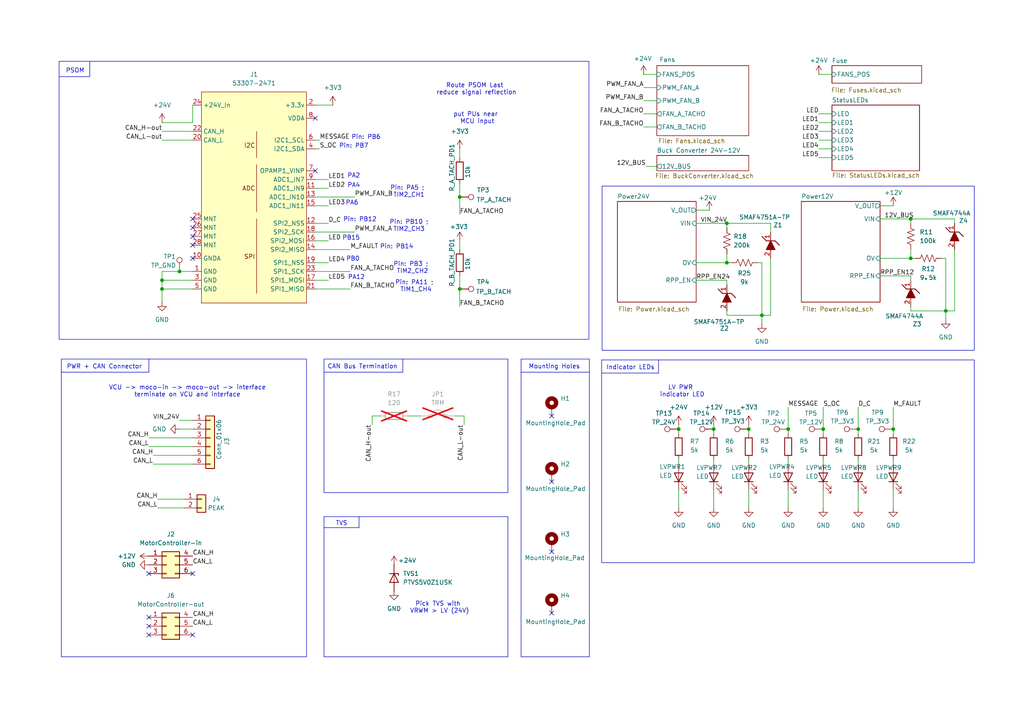
<source format=kicad_sch>
(kicad_sch (version 20250114) (generator "eeschema") (generator_version "9.0")
  (paper "A4")
  (lib_symbols
    (symbol "Connector:TestPoint" (pin_numbers (hide yes)) (pin_names (offset 0.762) (hide yes))
      (property "Reference" "TP" (at 0 6.858 0))
      (property "Value" "TestPoint" (at 0 5.08 0))
      (symbol "TestPoint_0_1"
        (circle (center 0 3.302) (radius 0.762))
      )
      (symbol "TestPoint_1_1"
        (pin passive line (at 0 0 90) (length 2.54) (name "1") (number "1"))
      )
    )
    (symbol "Connector_Generic:Conn_01x02" (pin_names (offset 1.016) (hide yes))
      (property "Reference" "J" (at 0 2.54 0))
      (property "Value" "Conn_01x02" (at 0 -5.08 0))
      (symbol "Conn_01x02_1_1"
        (rectangle (start -1.27 1.27) (end 1.27 -3.81) (stroke (width 0.254)) (fill (type background)))
        (rectangle (start -1.27 0.127) (end 0 -0.127) (stroke (width 0.1524)))
        (rectangle (start -1.27 -2.413) (end 0 -2.667) (stroke (width 0.1524)))
        (pin passive line (at -5.08 0 0) (length 3.81) (name "Pin_1") (number "1"))
        (pin passive line (at -5.08 -2.54 0) (length 3.81) (name "Pin_2") (number "2"))
      )
    )
    (symbol "Connector_Generic:Conn_01x06" (pin_names (offset 1.016) (hide yes))
      (property "Reference" "J" (at 0 7.62 0))
      (property "Value" "Conn_01x06" (at 0 -10.16 0))
      (symbol "Conn_01x06_1_1"
        (rectangle (start -1.27 6.35) (end 1.27 -8.89) (stroke (width 0.254)) (fill (type background)))
        (rectangle (start -1.27 5.207) (end 0 4.953) (stroke (width 0.1524)))
        (rectangle (start -1.27 2.667) (end 0 2.413) (stroke (width 0.1524)))
        (rectangle (start -1.27 0.127) (end 0 -0.127) (stroke (width 0.1524)))
        (rectangle (start -1.27 -2.413) (end 0 -2.667) (stroke (width 0.1524)))
        (rectangle (start -1.27 -4.953) (end 0 -5.207) (stroke (width 0.1524)))
        (rectangle (start -1.27 -7.493) (end 0 -7.747) (stroke (width 0.1524)))
        (pin passive line (at -5.08 5.08 0) (length 3.81) (name "Pin_1") (number "1"))
        (pin passive line (at -5.08 2.54 0) (length 3.81) (name "Pin_2") (number "2"))
        (pin passive line (at -5.08 0 0) (length 3.81) (name "Pin_3") (number "3"))
        (pin passive line (at -5.08 -2.54 0) (length 3.81) (name "Pin_4") (number "4"))
        (pin passive line (at -5.08 -5.08 0) (length 3.81) (name "Pin_5") (number "5"))
        (pin passive line (at -5.08 -7.62 0) (length 3.81) (name "Pin_6") (number "6"))
      )
    )
    (symbol "Connector_Generic:Conn_02x03_Top_Bottom" (pin_names (offset 1.016) (hide yes))
      (property "Reference" "J" (at 1.27 5.08 0))
      (property "Value" "Conn_02x03_Top_Bottom" (at 1.27 -5.08 0))
      (symbol "Conn_02x03_Top_Bottom_1_1"
        (rectangle (start -1.27 3.81) (end 3.81 -3.81) (stroke (width 0.254)) (fill (type background)))
        (rectangle (start -1.27 2.667) (end 0 2.413) (stroke (width 0.1524)))
        (rectangle (start -1.27 0.127) (end 0 -0.127) (stroke (width 0.1524)))
        (rectangle (start -1.27 -2.413) (end 0 -2.667) (stroke (width 0.1524)))
        (rectangle (start 3.81 2.667) (end 2.54 2.413) (stroke (width 0.1524)))
        (rectangle (start 3.81 0.127) (end 2.54 -0.127) (stroke (width 0.1524)))
        (rectangle (start 3.81 -2.413) (end 2.54 -2.667) (stroke (width 0.1524)))
        (pin passive line (at -5.08 2.54 0) (length 3.81) (name "Pin_1") (number "1"))
        (pin passive line (at -5.08 0 0) (length 3.81) (name "Pin_2") (number "2"))
        (pin passive line (at -5.08 -2.54 0) (length 3.81) (name "Pin_3") (number "3"))
        (pin passive line (at 7.62 2.54 180) (length 3.81) (name "Pin_4") (number "4"))
        (pin passive line (at 7.62 0 180) (length 3.81) (name "Pin_5") (number "5"))
        (pin passive line (at 7.62 -2.54 180) (length 3.81) (name "Pin_6") (number "6"))
      )
    )
    (symbol "Device:LED" (pin_numbers (hide yes)) (pin_names (offset 1.016) (hide yes))
      (property "Reference" "D" (at 0 2.54 0))
      (property "Value" "LED" (at 0 -2.54 0))
      (symbol "LED_0_1"
        (polyline (pts (xy -3.048 -0.762) (xy -4.572 -2.286) (xy -3.81 -2.286) (xy -4.572 -2.286) (xy -4.572 -1.524)))
        (polyline (pts (xy -1.778 -0.762) (xy -3.302 -2.286) (xy -2.54 -2.286) (xy -3.302 -2.286) (xy -3.302 -1.524)))
        (polyline (pts (xy -1.27 0) (xy 1.27 0)))
        (polyline (pts (xy -1.27 -1.27) (xy -1.27 1.27)) (stroke (width 0.254)))
        (polyline (pts (xy 1.27 -1.27) (xy 1.27 1.27) (xy -1.27 0) (xy 1.27 -1.27)) (stroke (width 0.254)))
      )
      (symbol "LED_1_1"
        (pin passive line (at -3.81 0 0) (length 2.54) (name "K") (number "1"))
        (pin passive line (at 3.81 0 180) (length 2.54) (name "A") (number "2"))
      )
    )
    (symbol "Device:R" (pin_numbers (hide yes)) (pin_names (offset 0))
      (property "Reference" "R" (at 2.032 0 90))
      (property "Value" "R" (at 0 0 90))
      (symbol "R_0_1"
        (rectangle (start -1.016 -2.54) (end 1.016 2.54) (stroke (width 0.254)))
      )
      (symbol "R_1_1"
        (pin passive line (at 0 3.81 270) (length 1.27) (name "~") (number "1"))
        (pin passive line (at 0 -3.81 90) (length 1.27) (name "~") (number "2"))
      )
    )
    (symbol "Device:R_US" (pin_numbers (hide yes)) (pin_names (offset 0))
      (property "Reference" "R" (at 2.54 0 90))
      (property "Value" "R_US" (at -2.54 0 90))
      (symbol "R_US_0_1"
        (polyline (pts (xy 0 2.286) (xy 0 2.54)))
        (polyline (pts (xy 0 2.286) (xy 1.016 1.905) (xy 0 1.524) (xy -1.016 1.143) (xy 0 0.762)))
        (polyline (pts (xy 0 0.762) (xy 1.016 0.381) (xy 0 0) (xy -1.016 -0.381) (xy 0 -0.762)))
        (polyline (pts (xy 0 -0.762) (xy 1.016 -1.143) (xy 0 -1.524) (xy -1.016 -1.905) (xy 0 -2.286)))
        (polyline (pts (xy 0 -2.286) (xy 0 -2.54)))
      )
      (symbol "R_US_1_1"
        (pin passive line (at 0 3.81 270) (length 1.27) (name "~") (number "1"))
        (pin passive line (at 0 -3.81 90) (length 1.27) (name "~") (number "2"))
      )
    )
    (symbol "Diode:PTVS5V0Z1USK" (pin_numbers (hide yes)) (pin_names (hide yes))
      (property "Reference" "D" (at 0 2.54 0))
      (property "Value" "PTVS5V0Z1USK" (at 0 -2.54 0))
      (symbol "PTVS5V0Z1USK_0_1"
        (polyline (pts (xy -1.27 -1.27) (xy -1.27 1.27) (xy -0.762 1.27)) (stroke (width 0.254)))
        (polyline (pts (xy 1.27 0) (xy -1.27 0)))
        (polyline (pts (xy 1.27 -1.27) (xy 1.27 1.27) (xy -1.27 0) (xy 1.27 -1.27)) (stroke (width 0.254)))
      )
      (symbol "PTVS5V0Z1USK_1_1"
        (pin passive line (at -3.81 0 0) (length 2.54) (name "K") (number "1"))
        (pin passive line (at 3.81 0 180) (length 2.54) (name "A") (number "2"))
      )
    )
    (symbol "Jumper:Jumper_2_Open" (pin_numbers (hide yes)) (pin_names (offset 0) (hide yes))
      (property "Reference" "JP" (at 0 2.794 0))
      (property "Value" "Jumper_2_Open" (at 0 -2.286 0))
      (symbol "Jumper_2_Open_0_0"
        (circle (center -2.032 0) (radius 0.508))
        (circle (center 2.032 0) (radius 0.508))
      )
      (symbol "Jumper_2_Open_0_1"
        (arc (start -1.524 1.27) (mid 0 1.778) (end 1.524 1.27))
      )
      (symbol "Jumper_2_Open_1_1"
        (pin passive line (at -5.08 0 0) (length 2.54) (name "A") (number "1"))
        (pin passive line (at 5.08 0 180) (length 2.54) (name "B") (number "2"))
      )
    )
    (symbol "Mechanical:MountingHole_Pad" (pin_numbers (hide yes)) (pin_names (offset 1.016) (hide yes)) (in_bom no)
      (property "Reference" "H" (at 0 6.35 0))
      (property "Value" "MountingHole_Pad" (at 0 4.445 0))
      (symbol "MountingHole_Pad_0_1"
        (circle (center 0 1.27) (radius 1.27) (stroke (width 1.27)))
      )
      (symbol "MountingHole_Pad_1_1"
        (pin input line (at 0 -2.54 90) (length 2.54) (name "1") (number "1"))
      )
    )
    (symbol "UTSVT_Power:SMAF4749A-TP" (pin_names (hide yes))
      (property "Reference" "Z" (at 10.16 8.89 0))
      (property "Value" "SMAF4749A-TP" (at 10.16 6.35 0))
      (symbol "SMAF4749A-TP_1_1"
        (polyline (pts (xy 3.81 -2.54) (xy 5.08 -1.27)) (stroke (width 0.254)))
        (polyline (pts (xy 5.08 1.27) (xy 5.08 -1.27)) (stroke (width 0.254)))
        (polyline (pts (xy 5.08 1.27) (xy 6.35 2.54)) (stroke (width 0.254)))
        (polyline (pts (xy 5.08 0) (xy 7.62 1.27) (xy 7.62 -1.27) (xy 5.08 0)) (stroke (width 0.254)) (fill (type outline)))
        (pin passive line (at 2.54 0 0) (length 2.54) (name "K") (number "1"))
        (pin passive line (at 10.16 0 180) (length 2.54) (name "A") (number "2"))
      )
    )
    (symbol "power:+12V" (power) (pin_numbers (hide yes)) (pin_names (offset 0) (hide yes))
      (property "Value" "+12V" (at 0 3.556 0))
      (symbol "+12V_0_1"
        (polyline (pts (xy -0.762 1.27) (xy 0 2.54)))
        (polyline (pts (xy 0 2.54) (xy 0.762 1.27)))
        (polyline (pts (xy 0 0) (xy 0 2.54)))
      )
      (symbol "+12V_1_1"
        (pin power_in line (at 0 0 90) (length 0) (name "~") (number "1"))
      )
    )
    (symbol "power:+24V" (power) (pin_numbers (hide yes)) (pin_names (offset 0) (hide yes))
      (property "Value" "+24V" (at 0 3.556 0))
      (symbol "+24V_0_1"
        (polyline (pts (xy -0.762 1.27) (xy 0 2.54)))
        (polyline (pts (xy 0 2.54) (xy 0.762 1.27)))
        (polyline (pts (xy 0 0) (xy 0 2.54)))
      )
      (symbol "+24V_1_1"
        (pin power_in line (at 0 0 90) (length 0) (name "~") (number "1"))
      )
    )
    (symbol "power:+3V3" (power) (pin_numbers (hide yes)) (pin_names (offset 0) (hide yes))
      (property "Value" "+3V3" (at 0 3.556 0))
      (symbol "+3V3_0_1"
        (polyline (pts (xy -0.762 1.27) (xy 0 2.54)))
        (polyline (pts (xy 0 2.54) (xy 0.762 1.27)))
        (polyline (pts (xy 0 0) (xy 0 2.54)))
      )
      (symbol "+3V3_1_1"
        (pin power_in line (at 0 0 90) (length 0) (name "~") (number "1"))
      )
    )
    (symbol "power:GND" (power) (pin_numbers (hide yes)) (pin_names (offset 0) (hide yes))
      (property "Value" "GND" (at 0 -3.81 0))
      (symbol "GND_0_1"
        (polyline (pts (xy 0 0) (xy 0 -1.27) (xy 1.27 -1.27) (xy 0 -2.54) (xy -1.27 -1.27) (xy 0 -1.27)))
      )
      (symbol "GND_1_1"
        (pin power_in line (at 0 0 270) (length 0) (name "~") (number "1"))
      )
    )
    (symbol "utsvt_connectors:PeripheralSOMConnector"
      (property "Reference" "J" (at -14.732 -2.794 0))
      (property "Value" "53307-2471" (at 8.89 -2.794 0))
      (symbol "PeripheralSOMConnector_0_1"
        (polyline (pts (xy 0.762 -22.86) (xy 0.762 -15.24)))
        (polyline (pts (xy 0.762 -24.892) (xy 0.762 -38.608)))
        (polyline (pts (xy 0.762 -40.64) (xy 0.762 -62.23)))
      )
      (symbol "PeripheralSOMConnector_1_1"
        (rectangle (start -15.24 -3.81) (end 15.24 -65.024) (fill (type background)))
        (text "ADC" (at -1.524 -31.75 0) (effects (font (size 1.27 1.27))))
        (text "I2C" (at -1.27 -19.304 0) (effects (font (size 1.27 1.27))))
        (text "SPI" (at -1.27 -51.562 0) (effects (font (size 1.27 1.27))))
        (pin power_in line (at -17.78 -7.62 0) (length 2.54) (name "+24V_In") (number "24"))
        (pin bidirectional line (at -17.78 -15.24 0) (length 2.54) (name "CAN_H") (number "22"))
        (pin bidirectional line (at -17.78 -17.78 0) (length 2.54) (name "CAN_L") (number "20"))
        (pin power_in line (at -17.78 -40.64 0) (length 2.54) (name "MNT") (number "25"))
        (pin power_in line (at -17.78 -43.18 0) (length 2.54) (name "MNT") (number "26"))
        (pin power_in line (at -17.78 -45.72 0) (length 2.54) (name "MNT") (number "27"))
        (pin power_in line (at -17.78 -48.26 0) (length 2.54) (name "MNT") (number "28"))
        (pin power_out line (at -17.78 -52.07 0) (length 2.54) (name "GNDA") (number "10"))
        (pin power_in line (at -17.78 -55.88 0) (length 2.54) (name "GND") (number "1"))
        (pin power_in line (at -17.78 -58.42 0) (length 2.54) (name "GND") (number "3"))
        (pin power_in line (at -17.78 -60.96 0) (length 2.54) (name "GND") (number "5"))
        (pin power_out line (at 17.78 -7.62 180) (length 2.54) (name "+3.3v") (number "2"))
        (pin power_out line (at 17.78 -11.43 180) (length 2.54) (name "VDDA") (number "8"))
        (pin output line (at 17.78 -17.78 180) (length 2.54) (name "I2C1_SCL") (number "6"))
        (pin bidirectional line (at 17.78 -20.32 180) (length 2.54) (name "I2C1_SDA") (number "4"))
        (pin input line (at 17.78 -26.67 180) (length 2.54) (name "OPAMP1_VINP") (number "7"))
        (pin input line (at 17.78 -29.21 180) (length 2.54) (name "ADC1_IN7") (number "9"))
        (pin input line (at 17.78 -31.75 180) (length 2.54) (name "ADC1_IN9") (number "11"))
        (pin input line (at 17.78 -34.29 180) (length 2.54) (name "ADC1_IN10") (number "13"))
        (pin input line (at 17.78 -36.83 180) (length 2.54) (name "ADC1_IN11") (number "15"))
        (pin output line (at 17.78 -41.91 180) (length 2.54) (name "SPI2_NSS") (number "12"))
        (pin output line (at 17.78 -44.45 180) (length 2.54) (name "SPI2_SCK") (number "18"))
        (pin output line (at 17.78 -46.99 180) (length 2.54) (name "SPI2_MOSI") (number "16"))
        (pin input line (at 17.78 -49.53 180) (length 2.54) (name "SPI2_MISO") (number "14"))
        (pin output line (at 17.78 -53.34 180) (length 2.54) (name "SPI1_NSS") (number "19"))
        (pin output line (at 17.78 -55.88 180) (length 2.54) (name "SPI1_SCK") (number "23"))
        (pin output line (at 17.78 -58.42 180) (length 2.54) (name "SPI1_MOSI") (number "17"))
        (pin input line (at 17.78 -60.96 180) (length 2.54) (name "SPI1_MISO") (number "21"))
      )
    )
  )
  (rectangle (start 93.98 149.86) (end 147.32 190.5))
  (rectangle (start 17.78 104.14) (end 88.9 190.5))
  (rectangle (start 151.13 104.14) (end 170.942 190.5))
  (rectangle (start 93.98 104.14) (end 147.32 142.875))
  (rectangle (start 17.145 17.78) (end 170.815 98.425))
  (rectangle (start 174.498 104.394) (end 282.575 163.195))
  (rectangle (start 174.625 53.975) (end 282.575 101.6))
  (text "put PUs near \nMCU input" (at 138.43 34.29 0) (effects (font (size 1.27 1.27))))
  (text "Pick TVS with \nVRWM > LV (24V)" (at 127.508 176.276 0) (effects (font (size 1.27 1.27))))
  (text "CAN Bus Termination" (at 105.156 106.426 0) (effects (font (size 1.27 1.27))))
  (text "PA4" (at 102.616 53.848 0) (effects (font (size 1.27 1.27))))
  (text "PB15" (at 101.854 69.088 0) (effects (font (size 1.27 1.27))))
  (text "Pin: PB10 ;\nTIM2_CH3" (at 118.618 65.532 0) (effects (font (size 1.27 1.27))))
  (text "Pin: PB6" (at 106.172 39.878 0) (effects (font (size 1.27 1.27))))
  (text "TVS" (at 99.06 151.892 0) (effects (font (size 1.27 1.27))))
  (text "Pin: PA11 ; \nTIM1_CH4\n" (at 120.65 83.058 0) (effects (font (size 1.27 1.27))))
  (text "Pin: PB7" (at 102.616 42.418 0) (effects (font (size 1.27 1.27))))
  (text "PWR + CAN Connector" (at 19.304 107.188 0) (effects (font (size 1.27 1.27)) (justify left bottom)))
  (text "Mounting Holes" (at 160.782 106.426 0) (effects (font (size 1.27 1.27))))
  (text "LV PWR \nindicator LED" (at 197.866 113.538 0) (effects (font (size 1.27 1.27))))
  (text "Pin: PB12" (at 104.394 63.754 0) (effects (font (size 1.27 1.27))))
  (text "Route PSOM Last \nreduce signal reflection" (at 138.176 25.908 0) (effects (font (size 1.27 1.27))))
  (text "Pin: PA5 ; \nTIM2_CH1" (at 118.618 55.626 0) (effects (font (size 1.27 1.27))))
  (text "Pin: PB3 ; \nTIM2_CH2" (at 119.634 77.724 0) (effects (font (size 1.27 1.27))))
  (text "PA2" (at 102.616 51.054 0) (effects (font (size 1.27 1.27))))
  (text "PSOM" (at 19.05 21.336 0) (effects (font (size 1.27 1.27)) (justify left bottom)))
  (text "PA12" (at 103.378 80.518 0) (effects (font (size 1.27 1.27))))
  (text "Pin: PB14" (at 115.062 71.628 0) (effects (font (size 1.27 1.27))))
  (text "VCU -> moco-in -> moco-out -> interface\nterminate on VCU and interface" (at 54.356 113.538 0) (effects (font (size 1.27 1.27))))
  (text "Indicator LEDs" (at 182.88 106.68 0) (effects (font (size 1.27 1.27))))
  (text "PA6" (at 102.108 58.928 0) (effects (font (size 1.27 1.27))))
  (text "PB0" (at 102.362 75.184 0) (effects (font (size 1.27 1.27))))
  (junction (at 133.35 83.82))
  (junction (at 228.6 124.46))
  (junction (at 248.92 124.46))
  (junction (at 220.98 91.44))
  (junction (at 238.76 124.46))
  (junction (at 196.85 124.46))
  (junction (at 264.16 74.93))
  (junction (at 52.07 78.74))
  (junction (at 210.82 64.77))
  (junction (at 210.82 76.2))
  (junction (at 217.17 124.46))
  (junction (at 133.35 57.15))
  (junction (at 259.08 124.46))
  (junction (at 264.16 63.5))
  (junction (at 46.99 81.28))
  (junction (at 274.32 90.17))
  (junction (at 207.01 124.46))
  (junction (at 46.99 83.82))
  (no_connect (at 55.88 166.37))
  (no_connect (at 43.18 181.61))
  (no_connect (at 55.88 68.58))
  (no_connect (at 91.44 49.53))
  (no_connect (at 55.88 66.04))
  (no_connect (at 160.02 120.65))
  (no_connect (at 55.88 74.93))
  (no_connect (at 160.02 139.7))
  (no_connect (at 160.02 177.8))
  (no_connect (at 160.02 160.02))
  (no_connect (at 43.18 166.37))
  (no_connect (at 43.18 184.15))
  (no_connect (at 55.88 63.5))
  (no_connect (at 91.44 34.29))
  (no_connect (at 55.88 184.15))
  (no_connect (at 55.88 71.12))
  (no_connect (at 43.18 179.07))
  (wire (pts (xy 238.76 118.11) (xy 238.76 124.46)))
  (wire (pts (xy 210.82 91.44) (xy 210.82 90.17)))
  (wire (pts (xy 264.16 90.17) (xy 264.16 88.9)))
  (wire (pts (xy 46.99 83.82) (xy 55.88 83.82)))
  (wire (pts (xy 45.72 147.32) (xy 53.34 147.32)))
  (wire (pts (xy 207.01 123.19) (xy 207.01 124.46)))
  (wire (pts (xy 210.82 81.28) (xy 210.82 82.55)))
  (wire (pts (xy 237.49 40.64) (xy 241.3 40.64)))
  (polyline (pts (xy 151.13 107.95) (xy 170.942 107.95)))
  (wire (pts (xy 248.92 118.11) (xy 248.92 124.46)))
  (wire (pts (xy 46.99 40.64) (xy 55.88 40.64)))
  (wire (pts (xy 276.86 63.5) (xy 276.86 64.77)))
  (wire (pts (xy 132.08 120.65) (xy 134.62 120.65)))
  (polyline (pts (xy 17.78 107.95) (xy 43.18 107.95)))
  (wire (pts (xy 276.86 90.17) (xy 274.32 90.17)))
  (wire (pts (xy 110.49 120.65) (xy 107.95 120.65)))
  (wire (pts (xy 55.88 127) (xy 43.18 127)))
  (wire (pts (xy 237.49 35.56) (xy 241.3 35.56)))
  (wire (pts (xy 91.44 78.74) (xy 101.6 78.74)))
  (wire (pts (xy 44.45 132.08) (xy 55.88 132.08)))
  (wire (pts (xy 228.6 118.11) (xy 228.6 124.46)))
  (wire (pts (xy 133.35 57.15) (xy 133.35 62.23)))
  (polyline (pts (xy 17.145 22.225) (xy 26.035 22.225)))
  (wire (pts (xy 248.92 133.35) (xy 248.92 134.62)))
  (wire (pts (xy 207.01 124.46) (xy 207.01 125.73)))
  (wire (pts (xy 133.35 69.85) (xy 133.35 72.39)))
  (wire (pts (xy 196.85 123.19) (xy 196.85 124.46)))
  (wire (pts (xy 201.93 81.28) (xy 210.82 81.28)))
  (wire (pts (xy 134.62 120.65) (xy 134.62 123.19)))
  (wire (pts (xy 259.08 142.24) (xy 259.08 147.32)))
  (wire (pts (xy 238.76 124.46) (xy 238.76 125.73)))
  (wire (pts (xy 46.99 81.28) (xy 46.99 83.82)))
  (wire (pts (xy 248.92 142.24) (xy 248.92 147.32)))
  (wire (pts (xy 237.49 38.1) (xy 241.3 38.1)))
  (wire (pts (xy 264.16 63.5) (xy 276.86 63.5)))
  (wire (pts (xy 201.93 64.77) (xy 210.82 64.77)))
  (wire (pts (xy 223.52 64.77) (xy 223.52 67.31)))
  (wire (pts (xy 217.17 142.24) (xy 217.17 147.32)))
  (wire (pts (xy 118.11 120.65) (xy 121.92 120.65)))
  (wire (pts (xy 186.69 33.02) (xy 190.5 33.02)))
  (wire (pts (xy 274.32 92.71) (xy 274.32 90.17)))
  (wire (pts (xy 223.52 91.44) (xy 220.98 91.44)))
  (wire (pts (xy 259.08 133.35) (xy 259.08 134.62)))
  (wire (pts (xy 55.88 129.54) (xy 43.18 129.54)))
  (wire (pts (xy 91.44 83.82) (xy 101.6 83.82)))
  (wire (pts (xy 207.01 142.24) (xy 207.01 147.32)))
  (wire (pts (xy 91.44 59.69) (xy 95.25 59.69)))
  (wire (pts (xy 55.88 121.92) (xy 52.07 121.92)))
  (wire (pts (xy 255.27 80.01) (xy 264.16 80.01)))
  (wire (pts (xy 255.27 74.93) (xy 264.16 74.93)))
  (wire (pts (xy 238.76 142.24) (xy 238.76 147.32)))
  (wire (pts (xy 219.71 76.2) (xy 220.98 76.2)))
  (wire (pts (xy 45.72 144.78) (xy 53.34 144.78)))
  (wire (pts (xy 46.99 78.74) (xy 46.99 81.28)))
  (wire (pts (xy 223.52 74.93) (xy 223.52 91.44)))
  (wire (pts (xy 55.88 30.48) (xy 55.88 35.56)))
  (wire (pts (xy 196.85 142.24) (xy 196.85 147.32)))
  (wire (pts (xy 237.49 45.72) (xy 241.3 45.72)))
  (wire (pts (xy 186.69 25.4) (xy 190.5 25.4)))
  (wire (pts (xy 46.99 78.74) (xy 52.07 78.74)))
  (polyline (pts (xy 26.035 17.78) (xy 26.035 22.225)))
  (wire (pts (xy 133.35 45.72) (xy 133.35 43.18)))
  (wire (pts (xy 46.99 38.1) (xy 55.88 38.1)))
  (wire (pts (xy 264.16 90.17) (xy 274.32 90.17)))
  (wire (pts (xy 237.49 21.59) (xy 241.3 21.59)))
  (wire (pts (xy 91.44 57.15) (xy 102.87 57.15)))
  (wire (pts (xy 265.43 74.93) (xy 264.16 74.93)))
  (wire (pts (xy 91.44 67.31) (xy 102.87 67.31)))
  (polyline (pts (xy 93.98 107.95) (xy 116.84 107.95)))
  (wire (pts (xy 210.82 91.44) (xy 220.98 91.44)))
  (wire (pts (xy 91.44 43.18) (xy 92.71 43.18)))
  (wire (pts (xy 264.16 80.01) (xy 264.16 81.28)))
  (wire (pts (xy 264.16 63.5) (xy 264.16 64.77)))
  (wire (pts (xy 228.6 133.35) (xy 228.6 134.62)))
  (wire (pts (xy 52.07 78.74) (xy 55.88 78.74)))
  (wire (pts (xy 264.16 72.39) (xy 264.16 74.93)))
  (wire (pts (xy 248.92 124.46) (xy 248.92 125.73)))
  (polyline (pts (xy 43.18 104.14) (xy 43.18 107.95)))
  (polyline (pts (xy 93.98 153.035) (xy 104.14 153.035)))
  (wire (pts (xy 201.93 76.2) (xy 210.82 76.2)))
  (wire (pts (xy 210.82 73.66) (xy 210.82 76.2)))
  (wire (pts (xy 187.325 48.26) (xy 190.5 48.26)))
  (wire (pts (xy 217.17 124.46) (xy 217.17 125.73)))
  (wire (pts (xy 133.35 53.34) (xy 133.35 57.15)))
  (wire (pts (xy 55.88 124.46) (xy 52.07 124.46)))
  (wire (pts (xy 210.82 64.77) (xy 210.82 66.04)))
  (wire (pts (xy 207.01 133.35) (xy 207.01 134.62)))
  (wire (pts (xy 186.69 21.59) (xy 190.5 21.59)))
  (wire (pts (xy 91.44 54.61) (xy 95.25 54.61)))
  (wire (pts (xy 196.85 124.46) (xy 196.85 125.73)))
  (wire (pts (xy 205.74 60.96) (xy 201.93 60.96)))
  (wire (pts (xy 259.08 124.46) (xy 259.08 125.73)))
  (wire (pts (xy 217.17 123.19) (xy 217.17 124.46)))
  (wire (pts (xy 133.35 83.82) (xy 133.35 88.9)))
  (wire (pts (xy 91.44 72.39) (xy 101.6 72.39)))
  (wire (pts (xy 91.44 52.07) (xy 95.25 52.07)))
  (wire (pts (xy 238.76 133.35) (xy 238.76 134.62)))
  (wire (pts (xy 274.32 90.17) (xy 274.32 74.93)))
  (wire (pts (xy 217.17 133.35) (xy 217.17 134.62)))
  (wire (pts (xy 133.35 80.01) (xy 133.35 83.82)))
  (polyline (pts (xy 174.498 108.204) (xy 191.008 108.204)))
  (wire (pts (xy 46.99 87.63) (xy 46.99 83.82)))
  (wire (pts (xy 259.08 118.11) (xy 259.08 124.46)))
  (polyline (pts (xy 104.14 149.86) (xy 104.14 153.035)))
  (wire (pts (xy 237.49 43.18) (xy 241.3 43.18)))
  (wire (pts (xy 228.6 142.24) (xy 228.6 147.32)))
  (wire (pts (xy 91.44 30.48) (xy 96.52 30.48)))
  (wire (pts (xy 107.95 120.65) (xy 107.95 123.19)))
  (wire (pts (xy 212.09 76.2) (xy 210.82 76.2)))
  (polyline (pts (xy 116.84 104.14) (xy 116.84 107.95)))
  (wire (pts (xy 186.69 29.21) (xy 190.5 29.21)))
  (wire (pts (xy 255.27 63.5) (xy 264.16 63.5)))
  (wire (pts (xy 91.44 64.77) (xy 95.25 64.77)))
  (wire (pts (xy 276.86 72.39) (xy 276.86 90.17)))
  (polyline (pts (xy 191.008 104.394) (xy 191.008 108.204)))
  (wire (pts (xy 228.6 124.46) (xy 228.6 125.73)))
  (wire (pts (xy 259.08 59.69) (xy 255.27 59.69)))
  (wire (pts (xy 91.44 40.64) (xy 92.71 40.64)))
  (wire (pts (xy 196.85 133.35) (xy 196.85 134.62)))
  (wire (pts (xy 91.44 81.28) (xy 95.25 81.28)))
  (wire (pts (xy 273.05 74.93) (xy 274.32 74.93)))
  (wire (pts (xy 237.49 33.02) (xy 241.3 33.02)))
  (wire (pts (xy 186.69 36.83) (xy 190.5 36.83)))
  (wire (pts (xy 91.44 76.2) (xy 95.25 76.2)))
  (wire (pts (xy 210.82 64.77) (xy 223.52 64.77)))
  (wire (pts (xy 46.99 35.56) (xy 55.88 35.56)))
  (wire (pts (xy 46.99 81.28) (xy 55.88 81.28)))
  (wire (pts (xy 220.98 93.98) (xy 220.98 91.44)))
  (wire (pts (xy 91.44 69.85) (xy 95.25 69.85)))
  (wire (pts (xy 44.45 134.62) (xy 55.88 134.62)))
  (wire (pts (xy 220.98 91.44) (xy 220.98 76.2)))
  (label "D_C" (at 95.25 64.77 0))
  (label "CAN_L" (at 55.88 181.61 0))
  (label "CAN_H" (at 43.18 127 180))
  (label "M_FAULT" (at 101.6 72.39 0))
  (label "CAN_H" (at 44.45 132.08 180))
  (label "FAN_A_TACHO" (at 101.6 78.74 0))
  (label "CAN_H" (at 45.72 144.78 180))
  (label "12V_BUS" (at 256.54 63.5 0))
  (label "LED5" (at 237.49 45.72 180))
  (label "LED4" (at 95.25 76.2 0))
  (label "FAN_A_TACHO" (at 186.69 33.02 180))
  (label "LED1" (at 95.25 52.07 0))
  (label "PWM_FAN_B" (at 186.69 29.21 180))
  (label "CAN_L-out" (at 46.99 40.64 180))
  (label "PWM_FAN_A" (at 102.87 67.31 0))
  (label "LED" (at 237.49 33.02 180))
  (label "12V_BUS" (at 187.325 48.26 180))
  (label "FAN_B_TACHO" (at 186.69 36.83 180))
  (label "CAN_L" (at 44.45 134.62 180))
  (label "CAN_H" (at 55.88 161.29 0))
  (label "CAN_H-out" (at 46.99 38.1 180))
  (label "LED3" (at 237.49 40.64 180))
  (label "VIN_24V" (at 52.07 121.92 180))
  (label "FAN_A_TACHO" (at 133.35 62.23 0))
  (label "M_FAULT" (at 259.08 118.11 0))
  (label "LED2" (at 95.25 54.61 0))
  (label "D_C" (at 248.92 118.11 0))
  (label "RPP_EN12" (at 255.27 80.01 0))
  (label "RPP_EN24" (at 201.93 81.28 0))
  (label "CAN_L" (at 45.72 147.32 180))
  (label "CAN_H" (at 55.88 179.07 0))
  (label "FAN_B_TACHO" (at 133.35 88.9 0))
  (label "LED5" (at 95.25 81.28 0))
  (label "PWM_FAN_A" (at 186.69 25.4 180))
  (label "S_OC" (at 92.71 43.18 0))
  (label "MESSAGE" (at 92.71 40.64 0))
  (label "MESSAGE" (at 228.6 118.11 0))
  (label "S_OC" (at 238.76 118.11 0))
  (label "LED2" (at 237.49 38.1 180))
  (label "CAN_L" (at 43.18 129.54 180))
  (label "LED4" (at 237.49 43.18 180))
  (label "CAN_L-out" (at 134.62 123.19 270))
  (label "FAN_B_TACHO" (at 101.6 83.82 0))
  (label "LED3" (at 95.25 59.69 0))
  (label "VIN_24V" (at 203.2 64.77 0))
  (label "PWM_FAN_B" (at 102.87 57.15 0))
  (label "CAN_L" (at 55.88 163.83 0))
  (label "LED1" (at 237.49 35.56 180))
  (label "LED" (at 95.25 69.85 0))
  (label "CAN_H-out" (at 107.95 123.19 270))
  (symbol (lib_id "power:+3V3") (at 96.52 30.48 0) (unit 1)
    (property "Reference" "#PWR022" (effects (hide yes)))
    (property "Value" "+3V3" (at 96.52 25.4 0))
    (property "Description" "Power symbol creates a global label with name \"+3V3\"" (effects (hide yes)))
  )
  (symbol (lib_id "Device:LED") (at 228.6 138.43 90) (unit 1)
    (property "Reference" "LVPWR4" (at 223.012 135.382 90) (effects (justify right)))
    (property "Value" "LED" (at 223.012 137.922 90) (effects (justify right)))
    (property "Footprint" "LED_SMD:LED_0603_1608Metric" (effects (hide yes)))
    (property "Description" "Light emitting diode" (effects (hide yes)))
    (property "Sim.Pins" "1=K 2=A" (effects (hide yes)))
  )
  (symbol (lib_id "Device:LED") (at 207.01 138.43 90) (unit 1)
    (property "Reference" "LVPWR7" (at 201.93 135.636 90) (effects (justify right)))
    (property "Value" "LED" (at 201.93 138.176 90) (effects (justify right)))
    (property "Footprint" "LED_SMD:LED_0603_1608Metric" (effects (hide yes)))
    (property "Description" "Light emitting diode" (effects (hide yes)))
    (property "Sim.Pins" "1=K 2=A" (effects (hide yes)))
  )
  (symbol (lib_id "Connector:TestPoint") (at 133.35 83.82 270) (mirror x) (unit 1)
    (property "Reference" "TP4" (at 141.986 81.788 90) (effects (justify right)))
    (property "Value" "TP_B_TACH" (at 148.336 84.582 90) (effects (justify right)))
    (property "Description" "test point" (effects (hide yes)))
  )
  (symbol (lib_id "power:+3V3") (at 133.35 43.18 0) (unit 1)
    (property "Reference" "#PWR018" (effects (hide yes)))
    (property "Value" "+3V3" (at 133.35 38.1 0))
    (property "Description" "Power symbol creates a global label with name \"+3V3\"" (effects (hide yes)))
  )
  (symbol (lib_id "Device:R_US") (at 269.24 74.93 90) (unit 1)
    (property "Reference" "R12" (at 269.24 77.978 90))
    (property "Value" "9。5k" (at 269.24 80.518 90))
    (property "Footprint" "Resistor_SMD:R_0603_1608Metric" (effects (hide yes)))
    (property "Description" "Resistor, US symbol" (effects (hide yes)))
  )
  (symbol (lib_id "power:GND") (at 207.01 147.32 0) (unit 1)
    (property "Reference" "#PWR058" (effects (hide yes)))
    (property "Value" "GND" (at 207.01 152.4 0))
    (property "Description" "Power symbol creates a global label with name \"GND\" , ground" (effects (hide yes)))
  )
  (symbol (lib_id "UTSVT_Power:SMAF4749A-TP") (at 210.82 80.01 270) (unit 1)
    (property "Reference" "Z2" (at 208.788 95.25 90) (effects (justify left)))
    (property "Value" "SMAF4751A-TP" (at 201.168 93.345 90) (effects (justify left)))
    (property "Footprint" "UTSVT_Passives:SODFL5026X125N" (effects (hide yes)))
    (property "Datasheet" "https://www.mccsemi.com/pdf/Products/SMAF4735A_SMAF4764A(DO-221AC).pdf" (effects (hide yes)))
    (property "Description" "1.0 Watt Zener Diodes 6.2V to 100V" (effects (hide yes)))
    (property "Height" "1.25" (effects (hide yes)))
    (property "Mouser Part Number" "833-SMAF4749A-TP" (effects (hide yes)))
    (property "Mouser Price/Stock" "https://www.mouser.co.uk/ProductDetail/Micro-Commercial-Components-MCC/SMAF4749A-TP?qs=%252BXxaIXUDbq1bdSZ3Ebik%2FA%3D%3D" (effects (hide yes)))
    (property "Manufacturer_Name" "MCC" (effects (hide yes)))
    (property "Manufacturer_Part_Number" "SMAF4749A-TP" (effects (hide yes)))
  )
  (symbol (lib_id "power:GND") (at 259.08 147.32 0) (unit 1)
    (property "Reference" "#PWR047" (effects (hide yes)))
    (property "Value" "GND" (at 259.08 152.4 0))
    (property "Description" "Power symbol creates a global label with name \"GND\" , ground" (effects (hide yes)))
  )
  (symbol (lib_id "power:GND") (at 228.6 147.32 0) (unit 1)
    (property "Reference" "#PWR015" (effects (hide yes)))
    (property "Value" "GND" (at 228.6 152.4 0))
    (property "Description" "Power symbol creates a global label with name \"GND\" , ground" (effects (hide yes)))
  )
  (symbol (lib_id "power:+12V") (at 207.01 123.19 0) (unit 1)
    (property "Reference" "#PWR021" (effects (hide yes)))
    (property "Value" "+12V" (at 207.01 118.11 0))
    (property "Description" "Power symbol creates a global label with name \"+12V\"" (effects (hide yes)))
  )
  (symbol (lib_id "power:GND") (at 238.76 147.32 0) (unit 1)
    (property "Reference" "#PWR033" (effects (hide yes)))
    (property "Value" "GND" (at 238.76 152.4 0))
    (property "Description" "Power symbol creates a global label with name \"GND\" , ground" (effects (hide yes)))
  )
  (symbol (lib_id "Connector:TestPoint") (at 133.35 57.15 270) (mirror x) (unit 1)
    (property "Reference" "TP3" (at 141.986 55.118 90) (effects (justify right)))
    (property "Value" "TP_A_TACH" (at 148.336 57.912 90) (effects (justify right)))
    (property "Description" "test point" (effects (hide yes)))
  )
  (symbol (lib_id "Device:LED") (at 217.17 138.43 90) (unit 1)
    (property "Reference" "LVPWR2" (at 212.09 135.636 90) (effects (justify right)))
    (property "Value" "LED" (at 212.09 138.176 90) (effects (justify right)))
    (property "Footprint" "LED_SMD:LED_0603_1608Metric" (effects (hide yes)))
    (property "Description" "Light emitting diode" (effects (hide yes)))
    (property "Sim.Pins" "1=K 2=A" (effects (hide yes)))
  )
  (symbol (lib_id "Connector:TestPoint") (at 238.76 124.46 90) (unit 1)
    (property "Reference" "TP5" (at 235.204 119.888 90))
    (property "Value" "TP_12V" (at 235.204 122.428 90))
    (property "Description" "test point" (effects (hide yes)))
  )
  (symbol (lib_id "Connector:TestPoint") (at 196.85 124.46 90) (unit 1)
    (property "Reference" "TP13" (at 192.532 119.888 90))
    (property "Value" "TP_24V" (at 192.532 122.428 90))
    (property "Description" "test point" (effects (hide yes)))
  )
  (symbol (lib_id "Connector_Generic:Conn_02x03_Top_Bottom") (at 48.26 181.61 0) (unit 1)
    (property "Reference" "J6" (at 49.53 172.72 0))
    (property "Value" "MotorController-out" (at 49.53 175.26 0))
    (property "Description" "Generic connector, double row, 02x03, top/bottom pin numbering scheme (row 1: 1...pins_per_row, row2: pins_per_row+1 ... num_pins), script generated (kicad-library-utils/schlib/autogen/connector/)" (effects (hide yes)))
  )
  (symbol (lib_id "Device:R") (at 259.08 129.54 180) (unit 1)
    (property "Reference" "R22" (at 263.652 128.016 0))
    (property "Value" "5k" (at 263.652 130.556 0))
    (property "Description" "Resistor" (effects (hide yes)))
  )
  (symbol (lib_id "UTSVT_Power:SMAF4749A-TP") (at 276.86 62.23 270) (unit 1)
    (property "Reference" "Z4" (at 278.13 64.008 90) (effects (justify left)))
    (property "Value" "SMAF4744A" (at 270.51 61.849 90) (effects (justify left)))
    (property "Footprint" "UTSVT_Passives:SODFL5026X125N" (effects (hide yes)))
    (property "Datasheet" "https://www.mccsemi.com/pdf/Products/SMAF4735A_SMAF4764A(DO-221AC).pdf" (effects (hide yes)))
    (property "Description" "1.0 Watt Zener Diodes 6.2V to 100V" (effects (hide yes)))
    (property "Height" "1.25" (effects (hide yes)))
    (property "Mouser Part Number" "833-SMAF4749A-TP" (effects (hide yes)))
    (property "Mouser Price/Stock" "https://www.mouser.co.uk/ProductDetail/Micro-Commercial-Components-MCC/SMAF4749A-TP?qs=%252BXxaIXUDbq1bdSZ3Ebik%2FA%3D%3D" (effects (hide yes)))
    (property "Manufacturer_Name" "MCC" (effects (hide yes)))
    (property "Manufacturer_Part_Number" "SMAF4749A-TP" (effects (hide yes)))
  )
  (symbol (lib_id "Device:R") (at 133.35 49.53 180) (unit 1)
    (property "Reference" "R_A_TACH_PD1" (at 131.064 41.656 90) (effects (justify left)))
    (property "Value" "10k" (at 135.636 48.006 90) (effects (justify left)))
    (property "Description" "Resistor" (effects (hide yes)))
  )
  (symbol (lib_id "Device:R") (at 217.17 129.54 180) (unit 1)
    (property "Reference" "R3" (at 221.742 128.016 0))
    (property "Value" "5k" (at 221.742 130.556 0))
    (property "Description" "Resistor" (effects (hide yes)))
  )
  (symbol (lib_id "Connector_Generic:Conn_02x03_Top_Bottom") (at 48.26 163.83 0) (unit 1)
    (property "Reference" "J2" (at 49.53 154.94 0))
    (property "Value" "MotorController-in" (at 49.53 157.48 0))
    (property "Description" "Generic connector, double row, 02x03, top/bottom pin numbering scheme (row 1: 1...pins_per_row, row2: pins_per_row+1 ... num_pins), script generated (kicad-library-utils/schlib/autogen/connector/)" (effects (hide yes)))
  )
  (symbol (lib_id "Device:R") (at 133.35 76.2 180) (unit 1)
    (property "Reference" "R_B_TACH_PD1" (at 131.064 69.088 90) (effects (justify left)))
    (property "Value" "10k" (at 135.636 74.676 90) (effects (justify left)))
    (property "Description" "Resistor" (effects (hide yes)))
  )
  (symbol (lib_id "Device:LED") (at 248.92 138.43 90) (unit 1)
    (property "Reference" "LVPWR8" (at 243.84 135.636 90) (effects (justify right)))
    (property "Value" "LED" (at 243.84 138.176 90) (effects (justify right)))
    (property "Footprint" "LED_SMD:LED_0603_1608Metric" (effects (hide yes)))
    (property "Description" "Light emitting diode" (effects (hide yes)))
    (property "Sim.Pins" "1=K 2=A" (effects (hide yes)))
  )
  (symbol (lib_id "power:GND") (at 220.98 93.98 0) (unit 1)
    (property "Reference" "#PWR046" (effects (hide yes)))
    (property "Value" "GND" (at 220.98 99.06 0))
    (property "Description" "Power symbol creates a global label with name \"GND\" , ground" (effects (hide yes)))
  )
  (symbol (lib_id "power:+12V") (at 43.18 161.29 90) (unit 1)
    (property "Reference" "#PWR043" (effects (hide yes)))
    (property "Value" "+12V" (at 39.37 161.2899 90) (effects (justify left)))
    (property "Description" "Power symbol creates a global label with name \"+12V\"" (effects (hide yes)))
  )
  (symbol (lib_id "Diode:PTVS5V0Z1USK") (at 114.3 167.64 270) (unit 1)
    (property "Reference" "TVS1" (at 116.84 166.3699 90) (effects (justify left)))
    (property "Value" "PTVS5V0Z1USK" (at 116.84 168.9099 90) (effects (justify left)))
    (property "Footprint" "Diode_SMD:Nexperia_DSN1608-2_1.6x0.8mm" (effects (hide yes)))
    (property "Datasheet" "https://assets.nexperia.com/documents/data-sheet/PTVS5V0Z1USK.pdf" (effects (hide yes)))
    (property "Description" "5V, 1200W TVS unidirectional diode, DSN1608-2" (effects (hide yes)))
  )
  (symbol (lib_id "power:GND") (at 52.07 124.46 270) (mirror x) (unit 1)
    (property "Reference" "#PWR037" (effects (hide yes)))
    (property "Value" "GND" (at 48.26 124.4599 90) (effects (justify right)))
    (property "Description" "Power symbol creates a global label with name \"GND\" , ground" (effects (hide yes)))
  )
  (symbol (lib_id "Mechanical:MountingHole_Pad") (at 160.02 175.26 0) (unit 1) (in_bom no)
    (property "Reference" "H4" (at 162.56 172.7199 0) (effects (justify left)))
    (property "Value" "MountingHole_Pad" (at 152.4 180.34 0) (effects (justify left)))
    (property "Description" "Mounting Hole with connection" (effects (hide yes)))
  )
  (symbol (lib_id "Connector:TestPoint") (at 248.92 124.46 90) (unit 1)
    (property "Reference" "TP6" (at 244.348 119.634 90))
    (property "Value" "TP_3V3" (at 244.348 122.174 90))
    (property "Description" "test point" (effects (hide yes)))
  )
  (symbol (lib_id "power:GND") (at 114.3 171.45 0) (unit 1)
    (property "Reference" "#PWR020" (effects (hide yes)))
    (property "Value" "GND" (at 114.3 176.53 0))
    (property "Description" "Power symbol creates a global label with name \"GND\" , ground" (effects (hide yes)))
  )
  (symbol (lib_id "power:+3V3") (at 133.35 69.85 0) (unit 1)
    (property "Reference" "#PWR012" (effects (hide yes)))
    (property "Value" "+3V3" (at 133.096 65.786 0))
    (property "Description" "Power symbol creates a global label with name \"+3V3\"" (effects (hide yes)))
  )
  (symbol (lib_id "Connector_Generic:Conn_01x06") (at 60.96 127 0) (unit 1)
    (property "Reference" "J3" (at 65.786 129.286 90) (effects (justify left)))
    (property "Value" "Conn_01x06" (at 63.5 133.35 90) (effects (justify left)))
    (property "Description" "Generic connector, single row, 01x06, script generated (kicad-library-utils/schlib/autogen/connector/)" (effects (hide yes)))
  )
  (symbol (lib_id "Device:R") (at 228.6 129.54 180) (unit 1)
    (property "Reference" "R5" (at 233.172 128.016 0))
    (property "Value" "5k" (at 233.172 130.556 0))
    (property "Description" "Resistor" (effects (hide yes)))
  )
  (symbol (lib_id "Mechanical:MountingHole_Pad") (at 160.02 137.16 0) (unit 1) (in_bom no)
    (property "Reference" "H2" (at 162.56 134.6199 0) (effects (justify left)))
    (property "Value" "MountingHole_Pad" (at 152.4 141.732 0) (effects (justify left)))
    (property "Description" "Mounting Hole with connection" (effects (hide yes)))
  )
  (symbol (lib_id "power:+24V") (at 196.85 123.19 0) (unit 1)
    (property "Reference" "#PWR023" (effects (hide yes)))
    (property "Value" "+24V" (at 196.85 118.11 0))
    (property "Description" "Power symbol creates a global label with name \"+24V\"" (effects (hide yes)))
  )
  (symbol (lib_id "power:+3V3") (at 217.17 123.19 0) (unit 1)
    (property "Reference" "#PWR041" (effects (hide yes)))
    (property "Value" "+3V3" (at 217.17 118.11 0))
    (property "Description" "Power symbol creates a global label with name \"+3V3\"" (effects (hide yes)))
  )
  (symbol (lib_id "Device:R") (at 248.92 129.54 180) (unit 1)
    (property "Reference" "R21" (at 253.492 128.016 0))
    (property "Value" "5k" (at 253.492 130.556 0))
    (property "Description" "Resistor" (effects (hide yes)))
  )
  (symbol (lib_id "Device:LED") (at 259.08 138.43 90) (unit 1)
    (property "Reference" "LVPWR9" (at 254 135.636 90) (effects (justify right)))
    (property "Value" "LED" (at 254 138.176 90) (effects (justify right)))
    (property "Footprint" "LED_SMD:LED_0603_1608Metric" (effects (hide yes)))
    (property "Description" "Light emitting diode" (effects (hide yes)))
    (property "Sim.Pins" "1=K 2=A" (effects (hide yes)))
  )
  (symbol (lib_id "power:GND") (at 43.18 163.83 270) (unit 1)
    (property "Reference" "#PWR044" (effects (hide yes)))
    (property "Value" "GND" (at 39.37 163.8299 90) (effects (justify right)))
    (property "Description" "Power symbol creates a global label with name \"GND\" , ground" (effects (hide yes)))
  )
  (symbol (lib_id "Connector:TestPoint") (at 217.17 124.46 90) (unit 1)
    (property "Reference" "TP15" (at 212.598 119.634 90))
    (property "Value" "TP_3V3" (at 212.598 122.174 90))
    (property "Description" "test point" (effects (hide yes)))
  )
  (symbol (lib_id "power:GND") (at 274.32 92.71 0) (unit 1)
    (property "Reference" "#PWR010" (effects (hide yes)))
    (property "Value" "GND" (at 274.32 97.79 0))
    (property "Description" "Power symbol creates a global label with name \"GND\" , ground" (effects (hide yes)))
  )
  (symbol (lib_id "power:+12V") (at 259.08 59.69 0) (unit 1)
    (property "Reference" "#PWR09" (effects (hide yes)))
    (property "Value" "+12V" (at 259.08 55.88 0))
    (property "Description" "Power symbol creates a global label with name \"+12V\"" (effects (hide yes)))
  )
  (symbol (lib_id "Device:R") (at 207.01 129.54 180) (unit 1)
    (property "Reference" "R6" (at 211.582 128.016 0))
    (property "Value" "5k" (at 211.582 130.556 0))
    (property "Description" "Resistor" (effects (hide yes)))
  )
  (symbol (lib_id "Connector:TestPoint") (at 52.07 78.74 0) (unit 1)
    (property "Reference" "TP1" (at 51.054 74.422 0) (effects (justify right)))
    (property "Value" "TP_GND" (at 51.054 76.962 0) (effects (justify right)))
    (property "Description" "test point" (effects (hide yes)))
  )
  (symbol (lib_id "Connector_Generic:Conn_01x02") (at 58.42 144.78 0) (unit 1)
    (property "Reference" "J4" (at 62.738 144.78 0))
    (property "Value" "PEAK" (at 62.738 147.32 0))
    (property "Description" "Generic connector, single row, 01x02, script generated (kicad-library-utils/schlib/autogen/connector/)" (effects (hide yes)))
  )
  (symbol (lib_id "UTSVT_Power:SMAF4749A-TP") (at 264.16 78.74 270) (unit 1)
    (property "Reference" "Z3" (at 264.668 93.98 90) (effects (justify left)))
    (property "Value" "SMAF4744A" (at 256.794 91.694 90) (effects (justify left)))
    (property "Footprint" "UTSVT_Passives:SODFL5026X125N" (effects (hide yes)))
    (property "Datasheet" "https://www.mccsemi.com/pdf/Products/SMAF4735A_SMAF4764A(DO-221AC).pdf" (effects (hide yes)))
    (property "Description" "1.0 Watt Zener Diodes 6.2V to 100V" (effects (hide yes)))
    (property "Height" "1.25" (effects (hide yes)))
    (property "Mouser Part Number" "833-SMAF4749A-TP" (effects (hide yes)))
    (property "Mouser Price/Stock" "https://www.mouser.co.uk/ProductDetail/Micro-Commercial-Components-MCC/SMAF4749A-TP?qs=%252BXxaIXUDbq1bdSZ3Ebik%2FA%3D%3D" (effects (hide yes)))
    (property "Manufacturer_Name" "MCC" (effects (hide yes)))
    (property "Manufacturer_Part_Number" "SMAF4749A-TP" (effects (hide yes)))
  )
  (symbol (lib_id "power:GND") (at 196.85 147.32 0) (unit 1)
    (property "Reference" "#PWR027" (effects (hide yes)))
    (property "Value" "GND" (at 196.85 152.4 0))
    (property "Description" "Power symbol creates a global label with name \"GND\" , ground" (effects (hide yes)))
  )
  (symbol (lib_id "Device:R_US") (at 215.9 76.2 90) (unit 1)
    (property "Reference" "R25" (at 215.9 79.248 90))
    (property "Value" "9k" (at 215.9 81.788 90))
    (property "Footprint" "Resistor_SMD:R_0603_1608Metric" (effects (hide yes)))
    (property "Description" "Resistor, US symbol" (effects (hide yes)))
  )
  (symbol (lib_id "UTSVT_Power:SMAF4749A-TP") (at 223.52 64.77 270) (unit 1)
    (property "Reference" "Z1" (at 224.282 65.278 90) (effects (justify left)))
    (property "Value" "SMAF4751A-TP" (at 214.376 62.992 90) (effects (justify left)))
    (property "Footprint" "UTSVT_Passives:SODFL5026X125N" (effects (hide yes)))
    (property "Datasheet" "https://www.mccsemi.com/pdf/Products/SMAF4735A_SMAF4764A(DO-221AC).pdf" (effects (hide yes)))
    (property "Description" "1.0 Watt Zener Diodes 6.2V to 100V" (effects (hide yes)))
    (property "Height" "1.25" (effects (hide yes)))
    (property "Mouser Part Number" "833-SMAF4749A-TP" (effects (hide yes)))
    (property "Mouser Price/Stock" "https://www.mouser.co.uk/ProductDetail/Micro-Commercial-Components-MCC/SMAF4749A-TP?qs=%252BXxaIXUDbq1bdSZ3Ebik%2FA%3D%3D" (effects (hide yes)))
    (property "Manufacturer_Name" "MCC" (effects (hide yes)))
    (property "Manufacturer_Part_Number" "SMAF4749A-TP" (effects (hide yes)))
  )
  (symbol (lib_id "Device:R_US") (at 210.82 69.85 0) (unit 1)
    (property "Reference" "R18" (at 212.725 68.5799 0) (effects (justify left)))
    (property "Value" "200k" (at 212.725 71.1199 0) (effects (justify left)))
    (property "Footprint" "Resistor_SMD:R_0603_1608Metric" (effects (hide yes)))
    (property "Description" "Resistor, US symbol" (effects (hide yes)))
  )
  (symbol (lib_id "Connector:TestPoint") (at 207.01 124.46 90) (unit 1)
    (property "Reference" "TP14" (at 203.454 119.888 90))
    (property "Value" "TP_12V" (at 203.454 122.428 90))
    (property "Description" "test point" (effects (hide yes)))
  )
  (symbol (lib_id "power:GND") (at 46.99 87.63 0) (unit 1)
    (property "Reference" "#PWR07" (effects (hide yes)))
    (property "Value" "GND" (at 46.99 92.71 0))
    (property "Description" "Power symbol creates a global label with name \"GND\" , ground" (effects (hide yes)))
  )
  (symbol (lib_id "Device:R") (at 114.3 120.65 90) (unit 1) (dnp yes)
    (property "Reference" "R17" (at 114.3 114.3 90))
    (property "Value" "120" (at 114.3 116.84 90))
    (property "Footprint" "Resistor_SMD:R_0603_1608Metric_Pad0.98x0.95mm_HandSolder" (effects (hide yes)))
    (property "Description" "Resistor" (effects (hide yes)))
    (property "P/N" "CRCW0603120RFKEC " (effects (hide yes)))
  )
  (symbol (lib_id "power:+24V") (at 114.3 163.83 0) (unit 1)
    (property "Reference" "#PWR034" (effects (hide yes)))
    (property "Value" "+24V" (at 118.11 162.56 0))
    (property "Description" "Power symbol creates a global label with name \"+24V\"" (effects (hide yes)))
  )
  (symbol (lib_id "Mechanical:MountingHole_Pad") (at 160.02 157.48 0) (unit 1) (in_bom no)
    (property "Reference" "H3" (at 162.56 154.9399 0) (effects (justify left)))
    (property "Value" "MountingHole_Pad" (at 152.146 161.798 0) (effects (justify left)))
    (property "Description" "Mounting Hole with connection" (effects (hide yes)))
  )
  (symbol (lib_id "power:+24V") (at 205.74 60.96 0) (mirror y) (unit 1)
    (property "Reference" "#PWR028" (effects (hide yes)))
    (property "Value" "+24V" (at 205.232 57.404 0))
    (property "Description" "Power symbol creates a global label with name \"+24V\"" (effects (hide yes)))
  )
  (symbol (lib_id "power:+24V") (at 237.49 21.59 0) (unit 1)
    (property "Reference" "#PWR057" (effects (hide yes)))
    (property "Value" "+24V" (at 237.49 17.526 0))
    (property "Description" "Power symbol creates a global label with name \"+24V\"" (effects (hide yes)))
  )
  (symbol (lib_id "utsvt_connectors:PeripheralSOMConnector") (at 73.66 22.86 0) (unit 1)
    (property "Reference" "J1" (at 73.66 21.59 0) (effects (font (thickness 0.1588))))
    (property "Value" "53307-2471" (at 73.66 24.13 0))
    (property "Footprint" "UTSVT_Connectors:PeripheralSOM" (effects (hide yes)))
    (property "Datasheet" "https://www.molex.com/en-us/products/part-detail-pdf/533072471?display=pdf" (effects (hide yes)))
    (property "Description" "Board-to-board connector for Peripheral SOM daughterboards" (effects (hide yes)))
    (property "P/N" "53307-2471" (effects (hide yes)))
  )
  (symbol (lib_id "Mechanical:MountingHole_Pad") (at 160.02 118.11 0) (unit 1) (in_bom no)
    (property "Reference" "H1" (at 162.56 115.5699 0) (effects (justify left)))
    (property "Value" "MountingHole_Pad" (at 152.4 122.682 0) (effects (justify left)))
    (property "Description" "Mounting Hole with connection" (effects (hide yes)))
  )
  (symbol (lib_id "Device:R") (at 238.76 129.54 180) (unit 1)
    (property "Reference" "R8" (at 243.332 128.016 0))
    (property "Value" "5k" (at 243.332 130.556 0))
    (property "Description" "Resistor" (effects (hide yes)))
  )
  (symbol (lib_id "power:GND") (at 217.17 147.32 0) (unit 1)
    (property "Reference" "#PWR014" (effects (hide yes)))
    (property "Value" "GND" (at 217.17 152.4 0))
    (property "Description" "Power symbol creates a global label with name \"GND\" , ground" (effects (hide yes)))
  )
  (symbol (lib_id "power:GND") (at 248.92 147.32 0) (unit 1)
    (property "Reference" "#PWR038" (effects (hide yes)))
    (property "Value" "GND" (at 248.92 152.4 0))
    (property "Description" "Power symbol creates a global label with name \"GND\" , ground" (effects (hide yes)))
  )
  (symbol (lib_id "Device:LED") (at 238.76 138.43 90) (unit 1)
    (property "Reference" "LVPWR5" (at 233.68 135.636 90) (effects (justify right)))
    (property "Value" "LED" (at 233.68 138.176 90) (effects (justify right)))
    (property "Footprint" "LED_SMD:LED_0603_1608Metric" (effects (hide yes)))
    (property "Description" "Light emitting diode" (effects (hide yes)))
    (property "Sim.Pins" "1=K 2=A" (effects (hide yes)))
  )
  (symbol (lib_id "Device:LED") (at 196.85 138.43 90) (unit 1)
    (property "Reference" "LVPWR1" (at 191.262 135.382 90) (effects (justify right)))
    (property "Value" "LED" (at 191.262 137.922 90) (effects (justify right)))
    (property "Footprint" "LED_SMD:LED_0603_1608Metric" (effects (hide yes)))
    (property "Description" "Light emitting diode" (effects (hide yes)))
    (property "Sim.Pins" "1=K 2=A" (effects (hide yes)))
  )
  (symbol (lib_id "Device:R_US") (at 264.16 68.58 0) (unit 1)
    (property "Reference" "R11" (at 266.7 67.3099 0) (effects (justify left)))
    (property "Value" "100k" (at 266.7 69.8499 0) (effects (justify left)))
    (property "Footprint" "Resistor_SMD:R_0603_1608Metric" (effects (hide yes)))
    (property "Description" "Resistor, US symbol" (effects (hide yes)))
  )
  (symbol (lib_id "Device:R") (at 196.85 129.54 180) (unit 1)
    (property "Reference" "R7" (at 201.422 128.016 0))
    (property "Value" "5k" (at 201.422 130.556 0))
    (property "Description" "Resistor" (effects (hide yes)))
  )
  (symbol (lib_id "power:+24V") (at 186.69 21.59 0) (unit 1)
    (property "Reference" "#PWR050" (effects (hide yes)))
    (property "Value" "+24V" (at 186.436 17.018 0))
    (property "Description" "Power symbol creates a global label with name \"+24V\"" (effects (hide yes)))
  )
  (symbol (lib_id "Connector:TestPoint") (at 259.08 124.46 90) (unit 1)
    (property "Reference" "TP9" (at 254.508 119.634 90))
    (property "Value" "TP_3V3" (at 254.508 122.174 90))
    (property "Description" "test point" (effects (hide yes)))
  )
  (symbol (lib_id "power:+24V") (at 46.99 35.56 0) (unit 1)
    (property "Reference" "#PWR06" (effects (hide yes)))
    (property "Value" "+24V" (at 46.99 30.48 0))
    (property "Description" "Power symbol creates a global label with name \"+24V\"" (effects (hide yes)))
  )
  (symbol (lib_id "Connector:TestPoint") (at 228.6 124.46 90) (unit 1)
    (property "Reference" "TP2" (at 224.282 119.888 90))
    (property "Value" "TP_24V" (at 224.282 122.428 90))
    (property "Description" "test point" (effects (hide yes)))
  )
  (symbol (lib_id "Jumper:Jumper_2_Open") (at 127 120.65 0) (unit 1) (dnp yes)
    (property "Reference" "JP1" (at 127 114.3 0))
    (property "Value" "TRM" (at 127 116.84 0))
    (property "Footprint" "Connector_PinHeader_2.54mm:PinHeader_1x02_P2.54mm_Vertical" (effects (hide yes)))
    (property "Description" "Jumper, 2-pole, open" (effects (hide yes)))
    (property "P/N" "QPC02SXGN-RC " (effects (hide yes)))
  )
  (sheet (at 241.3 19.05) (size 26.035 5.08) (stroke (width 0.1524))
    (property "Sheetname" "Fuse" (at 241.3 18.3384 0) (effects (justify left bottom)))
    (property "Sheetfile" "Fuses.kicad_sch" (at 241.046 25.4 0) (effects (justify left top)))
    (pin "FANS_POS" input (at 241.3 21.59 180))
  )
  (sheet (at 232.41 58.42) (size 22.86 29.21) (stroke (width 0.1524))
    (property "Sheetname" "Power12V" (at 232.41 57.7084 0) (effects (justify left bottom)))
    (property "Sheetfile" "Power.kicad_sch" (at 232.664 88.9 0) (effects (justify left top)))
    (pin "VIN" input (at 255.27 63.5 0))
    (pin "V_OUT" output (at 255.27 59.69 0))
    (pin "OV" input (at 255.27 74.93 0))
    (pin "RPP_EN" input (at 255.27 80.01 0))
  )
  (sheet (at 190.5 19.05) (size 26.67 20.32) (stroke (width 0.1524))
    (property "Sheetname" "Fans" (at 191.262 18.034 0) (effects (justify left bottom)))
    (property "Sheetfile" "Fans.kicad_sch" (at 190.881 40.132 0) (effects (justify left top)))
    (pin "PWM_FAN_A" input (at 190.5 25.4 180))
    (pin "FANS_POS" input (at 190.5 21.59 180))
    (pin "FAN_A_TACHO" output (at 190.5 33.02 180))
    (pin "FAN_B_TACHO" output (at 190.5 36.83 180))
    (pin "PWM_FAN_B" input (at 190.5 29.21 180))
  )
  (sheet (at 190.5 45.085) (size 26.67 4.445) (stroke (width 0.1524))
    (property "Sheetname" "Buck Converter 24V-12V" (at 190.5 44.3734 0) (effects (justify left bottom)))
    (property "Sheetfile" "BuckConverter.kicad_sch" (at 189.992 50.292 0) (effects (justify left top)))
    (pin "12V_BUS" output (at 190.5 48.26 180))
  )
  (sheet (at 241.3 30.48) (size 25.4 19.05) (stroke (width 0.1524))
    (property "Sheetname" "StatusLEDs" (at 241.3 29.7684 0) (effects (justify left bottom)))
    (property "Sheetfile" "StatusLEDs.kicad_sch" (at 241.3 50.1146 0) (effects (justify left top)))
    (pin "LED" input (at 241.3 33.02 180))
    (pin "LED1" input (at 241.3 35.56 180))
    (pin "LED2" input (at 241.3 38.1 180))
    (pin "LED3" input (at 241.3 40.64 180))
    (pin "LED4" input (at 241.3 43.18 180))
    (pin "LED5" input (at 241.3 45.72 180))
  )
  (sheet (at 179.07 58.42) (size 22.86 29.21) (stroke (width 0.1524))
    (property "Sheetname" "Power24V" (at 179.07 57.7084 0) (effects (justify left bottom)))
    (property "Sheetfile" "Power.kicad_sch" (at 179.324 88.9 0) (effects (justify left top)))
    (pin "VIN" input (at 201.93 64.77 0))
    (pin "V_OUT" output (at 201.93 60.96 0))
    (pin "OV" input (at 201.93 76.2 0))
    (pin "RPP_EN" input (at 201.93 81.28 0))
  )
)
</source>
